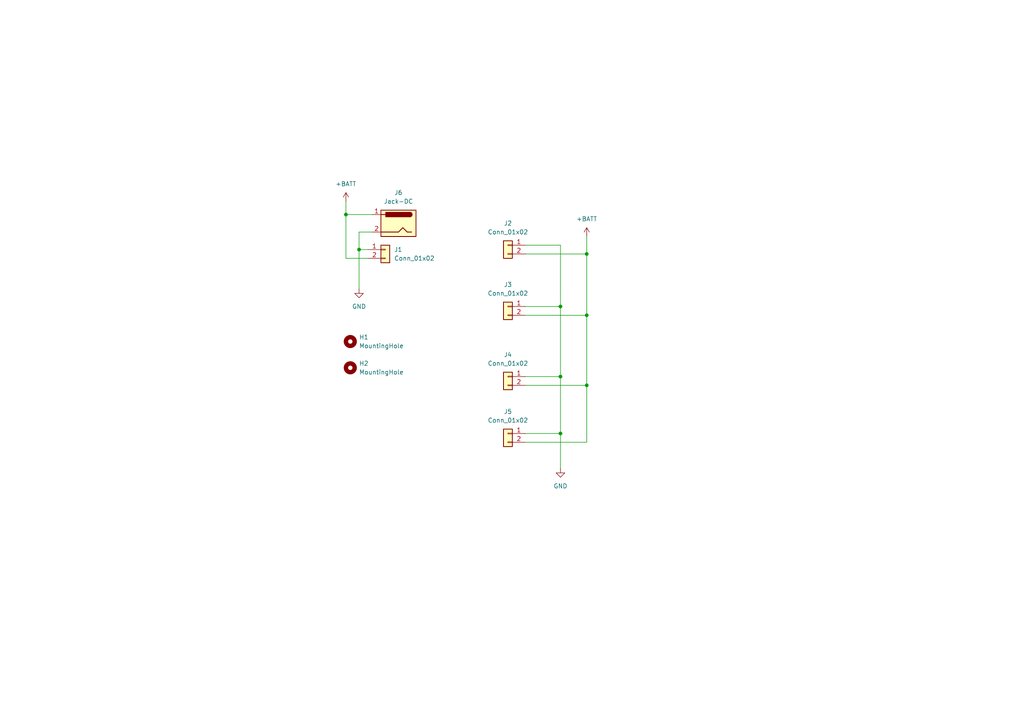
<source format=kicad_sch>
(kicad_sch (version 20231120) (generator "eeschema") (generator_version "8.0")
  (paper "A4")
  (lib_symbols
    (symbol "Connector:Jack-DC" (pin_names (offset 1.016))
      (property "Reference" "J" (at 0 5.334 0))
      (property "Value" "Jack-DC" (at 0 -5.08 0))
      (symbol "Jack-DC_0_1"
        (rectangle (start -5.08 3.81) (end 5.08 -3.81) (stroke (width 0.254)) (fill (type background)))
        (arc (start -3.302 3.175) (mid -3.9343 2.54) (end -3.302 1.905) (stroke (width 0.254)))
        (arc (start -3.302 3.175) (mid -3.9343 2.54) (end -3.302 1.905) (stroke (width 0.254)) (fill (type outline)))
        (polyline (pts (xy 5.08 2.54) (xy 3.81 2.54)) (stroke (width 0.254)))
        (polyline (pts (xy -3.81 -2.54) (xy -2.54 -2.54) (xy -1.27 -1.27) (xy 0 -2.54) (xy 2.54 -2.54) (xy 5.08 -2.54)) (stroke (width 0.254)))
        (rectangle (start 3.683 3.175) (end -3.302 1.905) (stroke (width 0.254)) (fill (type outline)))
      )
      (symbol "Jack-DC_1_1"
        (pin passive line (at 7.62 2.54 180) (length 2.54) (name "~") (number "1"))
        (pin passive line (at 7.62 -2.54 180) (length 2.54) (name "~") (number "2"))
      )
    )
    (symbol "Connector_Generic:Conn_01x02" (pin_names (offset 1.016) hide)
      (property "Reference" "J" (at 0 2.54 0))
      (property "Value" "Conn_01x02" (at 0 -5.08 0))
      (symbol "Conn_01x02_1_1"
        (rectangle (start -1.27 -2.413) (end 0 -2.667) (stroke (width 0.1524)))
        (rectangle (start -1.27 0.127) (end 0 -0.127) (stroke (width 0.1524)))
        (rectangle (start -1.27 1.27) (end 1.27 -3.81) (stroke (width 0.254)) (fill (type background)))
        (pin passive line (at -5.08 0 0) (length 3.81) (name "Pin_1") (number "1"))
        (pin passive line (at -5.08 -2.54 0) (length 3.81) (name "Pin_2") (number "2"))
      )
    )
    (symbol "Mechanical:MountingHole" (pin_names (offset 1.016))
      (property "Reference" "H" (at 0 5.08 0))
      (property "Value" "MountingHole" (at 0 3.175 0))
      (symbol "MountingHole_0_1"
        (circle (center 0 0) (radius 1.27) (stroke (width 1.27)))
      )
    )
    (symbol "power:+BATT" (power) (pin_names (offset 0))
      (property "Value" "+BATT" (at 0 3.556 0))
      (symbol "+BATT_0_1"
        (polyline (pts (xy -0.762 1.27) (xy 0 2.54)))
        (polyline (pts (xy 0 0) (xy 0 2.54)))
        (polyline (pts (xy 0 2.54) (xy 0.762 1.27)))
      )
      (symbol "+BATT_1_1"
        (pin power_in line (at 0 0 90) (length 0) hide (name "+BATT") (number "1"))
      )
    )
    (symbol "power:GND" (power) (pin_names (offset 0))
      (property "Value" "GND" (at 0 -3.81 0))
      (symbol "GND_0_1"
        (polyline (pts (xy 0 0) (xy 0 -1.27) (xy 1.27 -1.27) (xy 0 -2.54) (xy -1.27 -1.27) (xy 0 -1.27)))
      )
      (symbol "GND_1_1"
        (pin power_in line (at 0 0 270) (length 0) hide (name "GND") (number "1"))
      )
    )
  )
  (junction (at 170.18 73.66))
  (junction (at 162.56 109.22))
  (junction (at 162.56 88.9))
  (junction (at 170.18 111.76))
  (junction (at 162.56 125.73))
  (junction (at 100.33 62.23))
  (junction (at 104.14 72.39))
  (junction (at 170.18 91.44))
  (wire (pts (xy 162.56 71.12) (xy 152.4 71.12)))
  (wire (pts (xy 162.56 125.73) (xy 162.56 135.89)))
  (wire (pts (xy 100.33 74.93) (xy 100.33 62.23)))
  (wire (pts (xy 104.14 72.39) (xy 106.68 72.39)))
  (wire (pts (xy 170.18 91.44) (xy 170.18 111.76)))
  (wire (pts (xy 104.14 72.39) (xy 104.14 83.82)))
  (wire (pts (xy 152.4 73.66) (xy 170.18 73.66)))
  (wire (pts (xy 104.14 67.31) (xy 104.14 72.39)))
  (wire (pts (xy 162.56 71.12) (xy 162.56 88.9)))
  (wire (pts (xy 152.4 111.76) (xy 170.18 111.76)))
  (wire (pts (xy 106.68 74.93) (xy 100.33 74.93)))
  (wire (pts (xy 170.18 68.58) (xy 170.18 73.66)))
  (wire (pts (xy 152.4 128.27) (xy 170.18 128.27)))
  (wire (pts (xy 170.18 128.27) (xy 170.18 111.76)))
  (wire (pts (xy 162.56 88.9) (xy 162.56 109.22)))
  (wire (pts (xy 152.4 125.73) (xy 162.56 125.73)))
  (wire (pts (xy 162.56 109.22) (xy 162.56 125.73)))
  (wire (pts (xy 100.33 62.23) (xy 100.33 58.42)))
  (wire (pts (xy 152.4 88.9) (xy 162.56 88.9)))
  (wire (pts (xy 152.4 109.22) (xy 162.56 109.22)))
  (wire (pts (xy 170.18 73.66) (xy 170.18 91.44)))
  (wire (pts (xy 107.95 67.31) (xy 104.14 67.31)))
  (wire (pts (xy 100.33 62.23) (xy 107.95 62.23)))
  (wire (pts (xy 152.4 91.44) (xy 170.18 91.44)))
  (symbol (lib_id "Mechanical:MountingHole") (at 101.6 99.06 0) (unit 1)
    (property "Reference" "H1" (at 104.14 97.7899 0) (effects (justify left)))
    (property "Value" "MountingHole" (at 104.14 100.3299 0) (effects (justify left)))
    (property "Footprint" "MountingHole:MountingHole_3.2mm_M3_Pad_TopBottom" (effects (hide yes)))
  )
  (symbol (lib_id "Connector_Generic:Conn_01x02") (at 147.32 109.22 0) (mirror y) (unit 1)
    (property "Reference" "J4" (at 147.32 102.87 0))
    (property "Value" "Conn_01x02" (at 147.32 105.41 0))
    (property "Footprint" "Connector_AMASS:AMASS_XT30PW-M_1x02_P2.50mm_Horizontal" (effects (hide yes)))
  )
  (symbol (lib_id "Connector_Generic:Conn_01x02") (at 147.32 71.12 0) (mirror y) (unit 1)
    (property "Reference" "J2" (at 147.32 64.77 0))
    (property "Value" "Conn_01x02" (at 147.32 67.31 0))
    (property "Footprint" "Connector_AMASS:AMASS_XT30PW-M_1x02_P2.50mm_Horizontal" (effects (hide yes)))
  )
  (symbol (lib_id "Mechanical:MountingHole") (at 101.6 106.68 0) (unit 1)
    (property "Reference" "H2" (at 104.14 105.4099 0) (effects (justify left)))
    (property "Value" "MountingHole" (at 104.14 107.9499 0) (effects (justify left)))
    (property "Footprint" "MountingHole:MountingHole_3.2mm_M3_Pad_TopBottom" (effects (hide yes)))
  )
  (symbol (lib_id "Connector:Jack-DC") (at 115.57 64.77 0) (mirror y) (unit 1)
    (property "Reference" "J6" (at 115.57 55.88 0))
    (property "Value" "Jack-DC" (at 115.57 58.42 0))
    (property "Footprint" "Connector_BarrelJack:BarrelJack_Horizontal" (effects (hide yes)))
    (property "Description" "DC Barrel Jack" (effects (hide yes)))
  )
  (symbol (lib_id "power:GND") (at 162.56 135.89 0) (unit 1)
    (property "Reference" "#PWR03" (effects (hide yes)))
    (property "Value" "GND" (at 162.56 140.97 0))
  )
  (symbol (lib_id "power:+BATT") (at 100.33 58.42 0) (unit 1)
    (property "Reference" "#PWR01" (effects (hide yes)))
    (property "Value" "+BATT" (at 100.33 53.34 0))
  )
  (symbol (lib_id "Connector_Generic:Conn_01x02") (at 147.32 125.73 0) (mirror y) (unit 1)
    (property "Reference" "J5" (at 147.32 119.38 0))
    (property "Value" "Conn_01x02" (at 147.32 121.92 0))
    (property "Footprint" "Connector_AMASS:AMASS_XT30PW-M_1x02_P2.50mm_Horizontal" (effects (hide yes)))
  )
  (symbol (lib_id "power:GND") (at 104.14 83.82 0) (unit 1)
    (property "Reference" "#PWR02" (effects (hide yes)))
    (property "Value" "GND" (at 104.14 88.9 0))
  )
  (symbol (lib_id "power:+BATT") (at 170.18 68.58 0) (unit 1)
    (property "Reference" "#PWR04" (effects (hide yes)))
    (property "Value" "+BATT" (at 170.18 63.5 0))
  )
  (symbol (lib_id "Connector_Generic:Conn_01x02") (at 111.76 72.39 0) (unit 1)
    (property "Reference" "J1" (at 114.3 72.3899 0) (effects (justify left)))
    (property "Value" "Conn_01x02" (at 114.3 74.9299 0) (effects (justify left)))
    (property "Footprint" "Connector_AMASS:AMASS_XT30PW-M_1x02_P2.50mm_Horizontal" (effects (hide yes)))
  )
  (symbol (lib_id "Connector_Generic:Conn_01x02") (at 147.32 88.9 0) (mirror y) (unit 1)
    (property "Reference" "J3" (at 147.32 82.55 0))
    (property "Value" "Conn_01x02" (at 147.32 85.09 0))
    (property "Footprint" "Connector_AMASS:AMASS_XT30PW-M_1x02_P2.50mm_Horizontal" (effects (hide yes)))
  )
)
</source>
